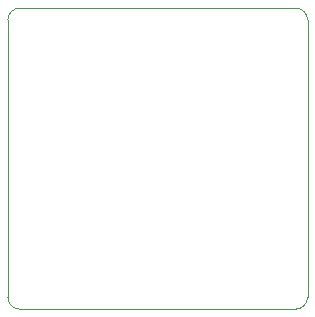
<source format=gbr>
%TF.GenerationSoftware,KiCad,Pcbnew,9.0.3*%
%TF.CreationDate,2025-11-04T08:52:20-05:00*%
%TF.ProjectId,JabChip,4a616243-6869-4702-9e6b-696361645f70,rev?*%
%TF.SameCoordinates,Original*%
%TF.FileFunction,Profile,NP*%
%FSLAX46Y46*%
G04 Gerber Fmt 4.6, Leading zero omitted, Abs format (unit mm)*
G04 Created by KiCad (PCBNEW 9.0.3) date 2025-11-04 08:52:20*
%MOMM*%
%LPD*%
G01*
G04 APERTURE LIST*
%TA.AperFunction,Profile*%
%ADD10C,0.050000*%
%TD*%
G04 APERTURE END LIST*
D10*
X125940419Y-85641580D02*
X125940420Y-62186420D01*
X126949180Y-86657580D02*
X150309980Y-86657580D01*
X151325980Y-85641580D02*
G75*
G02*
X150309980Y-86657580I-1015980J-20D01*
G01*
X126956420Y-61170420D02*
X150317220Y-61170420D01*
X151325979Y-85641580D02*
X151325980Y-62186420D01*
X125940420Y-62186420D02*
G75*
G02*
X126956420Y-61170420I1015980J20D01*
G01*
X150309980Y-61170420D02*
G75*
G02*
X151325980Y-62186420I20J-1015980D01*
G01*
X126956420Y-86657580D02*
G75*
G02*
X125940420Y-85641580I-20J1015980D01*
G01*
M02*

</source>
